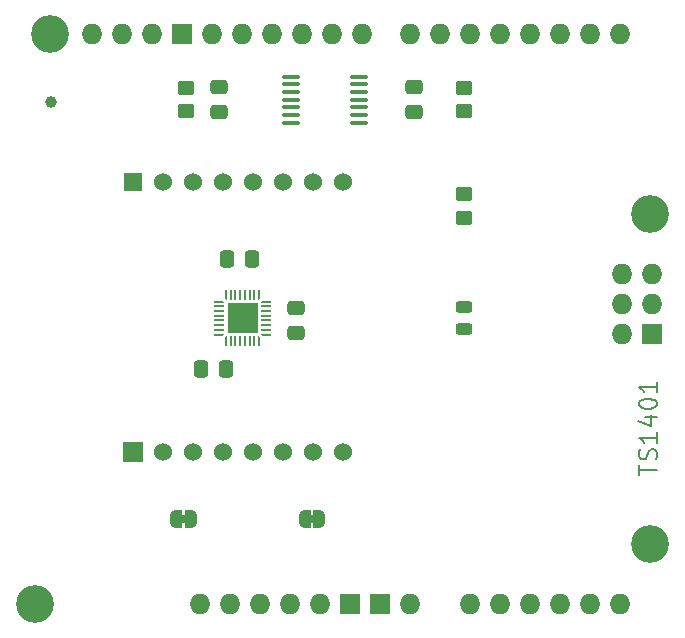
<source format=gbr>
%TF.GenerationSoftware,KiCad,Pcbnew,8.0.7+1*%
%TF.CreationDate,2025-02-19T15:00:20+01:00*%
%TF.ProjectId,ts14-arduino-shield,74733134-2d61-4726-9475-696e6f2d7368,rev?*%
%TF.SameCoordinates,Original*%
%TF.FileFunction,Soldermask,Top*%
%TF.FilePolarity,Negative*%
%FSLAX46Y46*%
G04 Gerber Fmt 4.6, Leading zero omitted, Abs format (unit mm)*
G04 Created by KiCad (PCBNEW 8.0.7+1) date 2025-02-19 15:00:20*
%MOMM*%
%LPD*%
G01*
G04 APERTURE LIST*
G04 Aperture macros list*
%AMRoundRect*
0 Rectangle with rounded corners*
0 $1 Rounding radius*
0 $2 $3 $4 $5 $6 $7 $8 $9 X,Y pos of 4 corners*
0 Add a 4 corners polygon primitive as box body*
4,1,4,$2,$3,$4,$5,$6,$7,$8,$9,$2,$3,0*
0 Add four circle primitives for the rounded corners*
1,1,$1+$1,$2,$3*
1,1,$1+$1,$4,$5*
1,1,$1+$1,$6,$7*
1,1,$1+$1,$8,$9*
0 Add four rect primitives between the rounded corners*
20,1,$1+$1,$2,$3,$4,$5,0*
20,1,$1+$1,$4,$5,$6,$7,0*
20,1,$1+$1,$6,$7,$8,$9,0*
20,1,$1+$1,$8,$9,$2,$3,0*%
%AMFreePoly0*
4,1,19,0.500000,-0.750000,0.000000,-0.750000,0.000000,-0.744911,-0.071157,-0.744911,-0.207708,-0.704816,-0.327430,-0.627875,-0.420627,-0.520320,-0.479746,-0.390866,-0.500000,-0.250000,-0.500000,0.250000,-0.479746,0.390866,-0.420627,0.520320,-0.327430,0.627875,-0.207708,0.704816,-0.071157,0.744911,0.000000,0.744911,0.000000,0.750000,0.500000,0.750000,0.500000,-0.750000,0.500000,-0.750000,
$1*%
%AMFreePoly1*
4,1,19,0.000000,0.744911,0.071157,0.744911,0.207708,0.704816,0.327430,0.627875,0.420627,0.520320,0.479746,0.390866,0.500000,0.250000,0.500000,-0.250000,0.479746,-0.390866,0.420627,-0.520320,0.327430,-0.627875,0.207708,-0.704816,0.071157,-0.744911,0.000000,-0.744911,0.000000,-0.750000,-0.500000,-0.750000,-0.500000,0.750000,0.000000,0.750000,0.000000,0.744911,0.000000,0.744911,
$1*%
%AMFreePoly2*
4,1,14,0.314644,0.085355,0.385355,0.014644,0.400000,-0.020711,0.400000,-0.050000,0.385355,-0.085355,0.350000,-0.100000,-0.350000,-0.100000,-0.385355,-0.085355,-0.400000,-0.050000,-0.400000,0.050000,-0.385355,0.085355,-0.350000,0.100000,0.279289,0.100000,0.314644,0.085355,0.314644,0.085355,$1*%
%AMFreePoly3*
4,1,14,0.385355,0.085355,0.400000,0.050000,0.400000,0.020711,0.385355,-0.014644,0.314644,-0.085355,0.279289,-0.100000,-0.350000,-0.100000,-0.385355,-0.085355,-0.400000,-0.050000,-0.400000,0.050000,-0.385355,0.085355,-0.350000,0.100000,0.350000,0.100000,0.385355,0.085355,0.385355,0.085355,$1*%
%AMFreePoly4*
4,1,14,0.085355,0.385355,0.100000,0.350000,0.100000,-0.350000,0.085355,-0.385355,0.050000,-0.400000,-0.050000,-0.400000,-0.085355,-0.385355,-0.100000,-0.350000,-0.100000,0.279289,-0.085355,0.314644,-0.014644,0.385355,0.020711,0.400000,0.050000,0.400000,0.085355,0.385355,0.085355,0.385355,$1*%
%AMFreePoly5*
4,1,14,0.014644,0.385355,0.085355,0.314644,0.100000,0.279289,0.100000,-0.350000,0.085355,-0.385355,0.050000,-0.400000,-0.050000,-0.400000,-0.085355,-0.385355,-0.100000,-0.350000,-0.100000,0.350000,-0.085355,0.385355,-0.050000,0.400000,-0.020711,0.400000,0.014644,0.385355,0.014644,0.385355,$1*%
%AMFreePoly6*
4,1,14,0.385355,0.085355,0.400000,0.050000,0.400000,-0.050000,0.385355,-0.085355,0.350000,-0.100000,-0.279289,-0.100000,-0.314644,-0.085355,-0.385355,-0.014644,-0.400000,0.020711,-0.400000,0.050000,-0.385355,0.085355,-0.350000,0.100000,0.350000,0.100000,0.385355,0.085355,0.385355,0.085355,$1*%
%AMFreePoly7*
4,1,14,0.385355,0.085355,0.400000,0.050000,0.400000,-0.050000,0.385355,-0.085355,0.350000,-0.100000,-0.350000,-0.100000,-0.385355,-0.085355,-0.400000,-0.050000,-0.400000,-0.020711,-0.385355,0.014644,-0.314644,0.085355,-0.279289,0.100000,0.350000,0.100000,0.385355,0.085355,0.385355,0.085355,$1*%
%AMFreePoly8*
4,1,14,0.085355,0.385355,0.100000,0.350000,0.100000,-0.279289,0.085355,-0.314644,0.014644,-0.385355,-0.020711,-0.400000,-0.050000,-0.400000,-0.085355,-0.385355,-0.100000,-0.350000,-0.100000,0.350000,-0.085355,0.385355,-0.050000,0.400000,0.050000,0.400000,0.085355,0.385355,0.085355,0.385355,$1*%
%AMFreePoly9*
4,1,14,0.085355,0.385355,0.100000,0.350000,0.100000,-0.350000,0.085355,-0.385355,0.050000,-0.400000,0.020711,-0.400000,-0.014644,-0.385355,-0.085355,-0.314644,-0.100000,-0.279289,-0.100000,0.350000,-0.085355,0.385355,-0.050000,0.400000,0.050000,0.400000,0.085355,0.385355,0.085355,0.385355,$1*%
G04 Aperture macros list end*
%ADD10C,0.150000*%
%ADD11C,0.000000*%
%ADD12RoundRect,0.250000X0.337500X0.475000X-0.337500X0.475000X-0.337500X-0.475000X0.337500X-0.475000X0*%
%ADD13RoundRect,0.250000X-0.475000X0.337500X-0.475000X-0.337500X0.475000X-0.337500X0.475000X0.337500X0*%
%ADD14FreePoly0,0.000000*%
%ADD15FreePoly1,0.000000*%
%ADD16R,1.676400X1.676400*%
%ADD17C,1.524000*%
%ADD18R,1.524000X1.524000*%
%ADD19RoundRect,0.250000X0.450000X-0.350000X0.450000X0.350000X-0.450000X0.350000X-0.450000X-0.350000X0*%
%ADD20C,3.200000*%
%ADD21O,1.727200X1.727200*%
%ADD22R,1.727200X1.727200*%
%ADD23C,1.000000*%
%ADD24RoundRect,0.243750X0.456250X-0.243750X0.456250X0.243750X-0.456250X0.243750X-0.456250X-0.243750X0*%
%ADD25RoundRect,0.250000X0.475000X-0.337500X0.475000X0.337500X-0.475000X0.337500X-0.475000X-0.337500X0*%
%ADD26RoundRect,0.100000X-0.637500X-0.100000X0.637500X-0.100000X0.637500X0.100000X-0.637500X0.100000X0*%
%ADD27FreePoly2,90.000000*%
%ADD28RoundRect,0.050000X0.050000X-0.350000X0.050000X0.350000X-0.050000X0.350000X-0.050000X-0.350000X0*%
%ADD29FreePoly3,90.000000*%
%ADD30FreePoly4,90.000000*%
%ADD31RoundRect,0.050000X0.350000X-0.050000X0.350000X0.050000X-0.350000X0.050000X-0.350000X-0.050000X0*%
%ADD32FreePoly5,90.000000*%
%ADD33FreePoly6,90.000000*%
%ADD34FreePoly7,90.000000*%
%ADD35FreePoly8,90.000000*%
%ADD36FreePoly9,90.000000*%
%ADD37R,2.650000X2.650000*%
G04 APERTURE END LIST*
D10*
X174558628Y-109758458D02*
X174558628Y-108901316D01*
X176058628Y-109329887D02*
X174558628Y-109329887D01*
X175987200Y-108472744D02*
X176058628Y-108258459D01*
X176058628Y-108258459D02*
X176058628Y-107901316D01*
X176058628Y-107901316D02*
X175987200Y-107758459D01*
X175987200Y-107758459D02*
X175915771Y-107687030D01*
X175915771Y-107687030D02*
X175772914Y-107615601D01*
X175772914Y-107615601D02*
X175630057Y-107615601D01*
X175630057Y-107615601D02*
X175487200Y-107687030D01*
X175487200Y-107687030D02*
X175415771Y-107758459D01*
X175415771Y-107758459D02*
X175344342Y-107901316D01*
X175344342Y-107901316D02*
X175272914Y-108187030D01*
X175272914Y-108187030D02*
X175201485Y-108329887D01*
X175201485Y-108329887D02*
X175130057Y-108401316D01*
X175130057Y-108401316D02*
X174987200Y-108472744D01*
X174987200Y-108472744D02*
X174844342Y-108472744D01*
X174844342Y-108472744D02*
X174701485Y-108401316D01*
X174701485Y-108401316D02*
X174630057Y-108329887D01*
X174630057Y-108329887D02*
X174558628Y-108187030D01*
X174558628Y-108187030D02*
X174558628Y-107829887D01*
X174558628Y-107829887D02*
X174630057Y-107615601D01*
X176058628Y-106187030D02*
X176058628Y-107044173D01*
X176058628Y-106615602D02*
X174558628Y-106615602D01*
X174558628Y-106615602D02*
X174772914Y-106758459D01*
X174772914Y-106758459D02*
X174915771Y-106901316D01*
X174915771Y-106901316D02*
X174987200Y-107044173D01*
X175058628Y-104901317D02*
X176058628Y-104901317D01*
X174487200Y-105258459D02*
X175558628Y-105615602D01*
X175558628Y-105615602D02*
X175558628Y-104687031D01*
X174558628Y-103829888D02*
X174558628Y-103687031D01*
X174558628Y-103687031D02*
X174630057Y-103544174D01*
X174630057Y-103544174D02*
X174701485Y-103472746D01*
X174701485Y-103472746D02*
X174844342Y-103401317D01*
X174844342Y-103401317D02*
X175130057Y-103329888D01*
X175130057Y-103329888D02*
X175487200Y-103329888D01*
X175487200Y-103329888D02*
X175772914Y-103401317D01*
X175772914Y-103401317D02*
X175915771Y-103472746D01*
X175915771Y-103472746D02*
X175987200Y-103544174D01*
X175987200Y-103544174D02*
X176058628Y-103687031D01*
X176058628Y-103687031D02*
X176058628Y-103829888D01*
X176058628Y-103829888D02*
X175987200Y-103972746D01*
X175987200Y-103972746D02*
X175915771Y-104044174D01*
X175915771Y-104044174D02*
X175772914Y-104115603D01*
X175772914Y-104115603D02*
X175487200Y-104187031D01*
X175487200Y-104187031D02*
X175130057Y-104187031D01*
X175130057Y-104187031D02*
X174844342Y-104115603D01*
X174844342Y-104115603D02*
X174701485Y-104044174D01*
X174701485Y-104044174D02*
X174630057Y-103972746D01*
X174630057Y-103972746D02*
X174558628Y-103829888D01*
X176058628Y-101901317D02*
X176058628Y-102758460D01*
X176058628Y-102329889D02*
X174558628Y-102329889D01*
X174558628Y-102329889D02*
X174772914Y-102472746D01*
X174772914Y-102472746D02*
X174915771Y-102615603D01*
X174915771Y-102615603D02*
X174987200Y-102758460D01*
D11*
%TO.C,JP1*%
G36*
X146960000Y-113850000D02*
G01*
X146760000Y-113850000D01*
X146760000Y-113150000D01*
X146960000Y-113150000D01*
X146960000Y-113850000D01*
G37*
%TO.C,JP2*%
G36*
X136100000Y-113850000D02*
G01*
X135900000Y-113850000D01*
X135900000Y-113150000D01*
X136100000Y-113150000D01*
X136100000Y-113850000D01*
G37*
%TD*%
D12*
%TO.C,C3*%
X141787500Y-91500000D03*
X139712500Y-91500000D03*
%TD*%
D13*
%TO.C,C4*%
X139000000Y-76962500D03*
X139000000Y-79037500D03*
%TD*%
D12*
%TO.C,C2*%
X139587500Y-100800000D03*
X137512500Y-100800000D03*
%TD*%
D13*
%TO.C,C1*%
X145550000Y-95675000D03*
X145550000Y-97750000D03*
%TD*%
D14*
%TO.C,JP1*%
X146260000Y-113500000D03*
D15*
X147460000Y-113500000D03*
%TD*%
D16*
%TO.C,CON1*%
X131720000Y-107860000D03*
D17*
X134260000Y-107860000D03*
X136800000Y-107860000D03*
X139340000Y-107860000D03*
X141880000Y-107860000D03*
X144420000Y-107860000D03*
X146960000Y-107860000D03*
X149500000Y-107860000D03*
X149500000Y-85000000D03*
X146960000Y-85000000D03*
X144420000Y-85000000D03*
X141880000Y-85000000D03*
X139340000Y-85000000D03*
X136800000Y-85000000D03*
X134260000Y-85000000D03*
D18*
X131720000Y-85000000D03*
%TD*%
D19*
%TO.C,R2*%
X136250000Y-79000000D03*
X136250000Y-77000000D03*
%TD*%
D20*
%TO.C,Shield1*%
X123449881Y-120702500D03*
X124719881Y-72442500D03*
D21*
X137419881Y-120702500D03*
D20*
X175519881Y-87682500D03*
X175519881Y-115622500D03*
D21*
X145039881Y-120702500D03*
X147579881Y-120702500D03*
X175646881Y-92762500D03*
X160279881Y-120702500D03*
X162819881Y-120702500D03*
X165359881Y-120702500D03*
X167899881Y-120702500D03*
X170439881Y-120702500D03*
X172979881Y-120702500D03*
X133355881Y-72442500D03*
X172979881Y-72442500D03*
X170439881Y-72442500D03*
X167899881Y-72442500D03*
X165359881Y-72442500D03*
X162819881Y-72442500D03*
X160279881Y-72442500D03*
X157739881Y-72442500D03*
X155199881Y-72442500D03*
X151135881Y-72442500D03*
X148595881Y-72442500D03*
X146055881Y-72442500D03*
X143515881Y-72442500D03*
X140975881Y-72442500D03*
X138435881Y-72442500D03*
D22*
X135895881Y-72442500D03*
X150119881Y-120702500D03*
X152659881Y-120702500D03*
X175646881Y-97842500D03*
D21*
X139959881Y-120702500D03*
X173106881Y-92762500D03*
X175646881Y-95302500D03*
X142499881Y-120702500D03*
X173106881Y-97842500D03*
X173106881Y-95302500D03*
X128275881Y-72442500D03*
X130815881Y-72442500D03*
X155199881Y-120702500D03*
%TD*%
D19*
%TO.C,R1*%
X159750000Y-88000000D03*
X159750000Y-86000000D03*
%TD*%
D23*
%TO.C,FID1*%
X124750000Y-78250000D03*
%TD*%
D24*
%TO.C,D1*%
X159750000Y-97437500D03*
X159750000Y-95562500D03*
%TD*%
D25*
%TO.C,C5*%
X155500000Y-79037500D03*
X155500000Y-76962500D03*
%TD*%
D26*
%TO.C,IC2*%
X145137500Y-76050000D03*
X145137500Y-76700000D03*
X145137500Y-77350000D03*
X145137500Y-78000000D03*
X145137500Y-78650000D03*
X145137500Y-79300000D03*
X145137500Y-79950000D03*
X150862500Y-79950000D03*
X150862500Y-79300000D03*
X150862500Y-78650000D03*
X150862500Y-78000000D03*
X150862500Y-77350000D03*
X150862500Y-76700000D03*
X150862500Y-76050000D03*
%TD*%
D19*
%TO.C,R6*%
X159750000Y-79000000D03*
X159750000Y-77000000D03*
%TD*%
D27*
%TO.C,IC1*%
X139600000Y-98450000D03*
D28*
X140000000Y-98450000D03*
X140400000Y-98450000D03*
X140800000Y-98450000D03*
X141200000Y-98450000D03*
X141600000Y-98450000D03*
X142000000Y-98450000D03*
D29*
X142400000Y-98450000D03*
D30*
X142950000Y-97900000D03*
D31*
X142950000Y-97500000D03*
X142950000Y-97100000D03*
X142950000Y-96700000D03*
X142950000Y-96300000D03*
X142950000Y-95900000D03*
X142950000Y-95500000D03*
D32*
X142950000Y-95100000D03*
D33*
X142400000Y-94550000D03*
D28*
X142000000Y-94550000D03*
X141600000Y-94550000D03*
X141200000Y-94550000D03*
X140800000Y-94550000D03*
X140400000Y-94550000D03*
X140000000Y-94550000D03*
D34*
X139600000Y-94550000D03*
D35*
X139050000Y-95100000D03*
D31*
X139050000Y-95500000D03*
X139050000Y-95900000D03*
X139050000Y-96300000D03*
X139050000Y-96700000D03*
X139050000Y-97100000D03*
X139050000Y-97500000D03*
D36*
X139050000Y-97900000D03*
D37*
X141000000Y-96500000D03*
%TD*%
D14*
%TO.C,JP2*%
X135400000Y-113500000D03*
D15*
X136600000Y-113500000D03*
%TD*%
M02*

</source>
